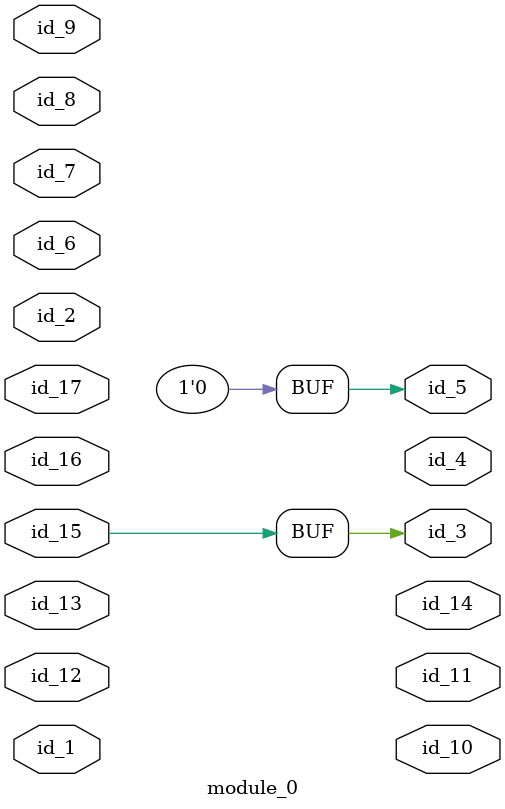
<source format=v>
module module_0 (
    id_1,
    id_2,
    id_3,
    id_4,
    id_5,
    id_6,
    id_7,
    id_8,
    id_9,
    id_10,
    id_11,
    id_12,
    id_13,
    id_14,
    id_15,
    id_16,
    id_17
);
  input id_17;
  input id_16;
  inout id_15;
  output id_14;
  input id_13;
  input id_12;
  output id_11;
  output id_10;
  inout id_9;
  input id_8;
  inout id_7;
  input id_6;
  output id_5;
  output id_4;
  output id_3;
  input id_2;
  inout id_1;
  assign id_3 = id_15;
  assign id_5 = 1'd0;
endmodule

</source>
